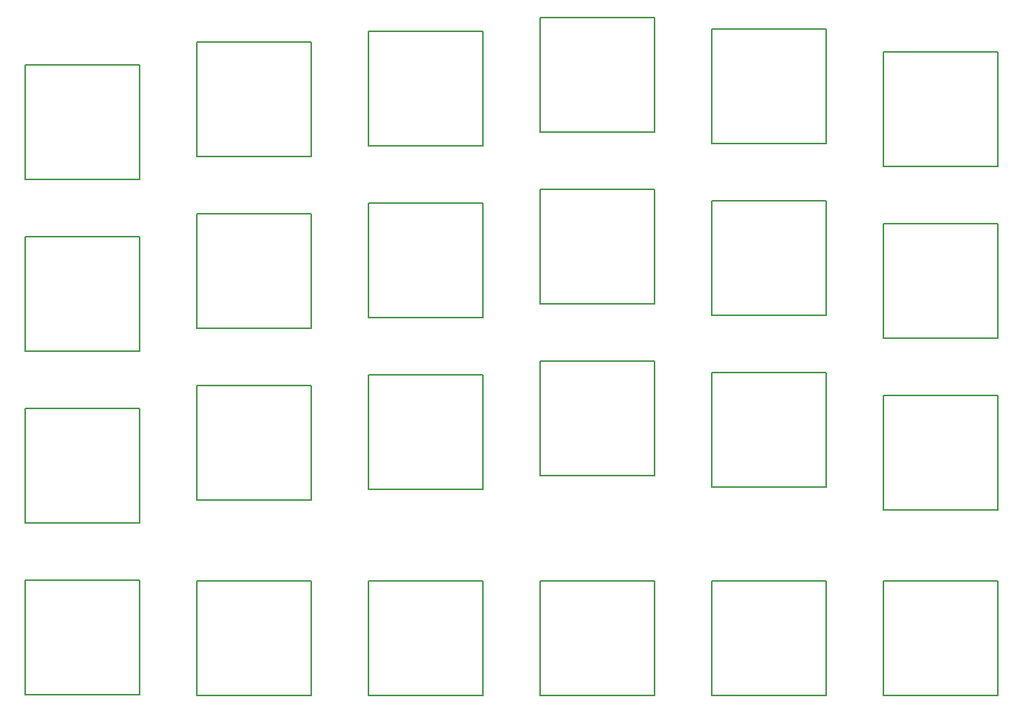
<source format=gbr>
G04 #@! TF.GenerationSoftware,KiCad,Pcbnew,5.1.9*
G04 #@! TF.CreationDate,2021-01-25T17:48:52-06:00*
G04 #@! TF.ProjectId,halfboard,68616c66-626f-4617-9264-2e6b69636164,rev?*
G04 #@! TF.SameCoordinates,Original*
G04 #@! TF.FileFunction,Other,Comment*
%FSLAX46Y46*%
G04 Gerber Fmt 4.6, Leading zero omitted, Abs format (unit mm)*
G04 Created by KiCad (PCBNEW 5.1.9) date 2021-01-25 17:48:52*
%MOMM*%
%LPD*%
G01*
G04 APERTURE LIST*
%ADD10C,0.152400*%
G04 APERTURE END LIST*
D10*
G04 #@! TO.C,SW24*
X200818303Y-119638330D02*
X200818303Y-132338330D01*
X188118303Y-119638330D02*
X200818303Y-119638330D01*
X188118303Y-132338330D02*
X188118303Y-119638330D01*
X200818303Y-132338330D02*
X188118303Y-132338330D01*
G04 #@! TO.C,SW23*
X181768303Y-119638330D02*
X181768303Y-132338330D01*
X169068303Y-119638330D02*
X181768303Y-119638330D01*
X169068303Y-132338330D02*
X169068303Y-119638330D01*
X181768303Y-132338330D02*
X169068303Y-132338330D01*
G04 #@! TO.C,SW22*
X162718303Y-119638330D02*
X162718303Y-132338330D01*
X150018303Y-119638330D02*
X162718303Y-119638330D01*
X150018303Y-132338330D02*
X150018303Y-119638330D01*
X162718303Y-132338330D02*
X150018303Y-132338330D01*
G04 #@! TO.C,SW21*
X143668303Y-119638330D02*
X143668303Y-132338330D01*
X130968303Y-119638330D02*
X143668303Y-119638330D01*
X130968303Y-132338330D02*
X130968303Y-119638330D01*
X143668303Y-132338330D02*
X130968303Y-132338330D01*
G04 #@! TO.C,SW20*
X124612400Y-119634000D02*
X124612400Y-132334000D01*
X111912400Y-119634000D02*
X124612400Y-119634000D01*
X111912400Y-132334000D02*
X111912400Y-119634000D01*
X124612400Y-132334000D02*
X111912400Y-132334000D01*
G04 #@! TO.C,SW19*
X105570000Y-119608600D02*
X105570000Y-132308600D01*
X92870000Y-119608600D02*
X105570000Y-119608600D01*
X92870000Y-132308600D02*
X92870000Y-119608600D01*
X105570000Y-132308600D02*
X92870000Y-132308600D01*
G04 #@! TO.C,SW18*
X200818303Y-99064330D02*
X200818303Y-111764330D01*
X188118303Y-99064330D02*
X200818303Y-99064330D01*
X188118303Y-111764330D02*
X188118303Y-99064330D01*
X200818303Y-111764330D02*
X188118303Y-111764330D01*
G04 #@! TO.C,SW17*
X181768303Y-96524330D02*
X181768303Y-109224330D01*
X169068303Y-96524330D02*
X181768303Y-96524330D01*
X169068303Y-109224330D02*
X169068303Y-96524330D01*
X181768303Y-109224330D02*
X169068303Y-109224330D01*
G04 #@! TO.C,SW16*
X162718303Y-95254330D02*
X162718303Y-107954330D01*
X150018303Y-95254330D02*
X162718303Y-95254330D01*
X150018303Y-107954330D02*
X150018303Y-95254330D01*
X162718303Y-107954330D02*
X150018303Y-107954330D01*
G04 #@! TO.C,SW15*
X143668303Y-96778330D02*
X143668303Y-109478330D01*
X130968303Y-96778330D02*
X143668303Y-96778330D01*
X130968303Y-109478330D02*
X130968303Y-96778330D01*
X143668303Y-109478330D02*
X130968303Y-109478330D01*
G04 #@! TO.C,SW14*
X124615231Y-98004830D02*
X124615231Y-110704830D01*
X111915231Y-98004830D02*
X124615231Y-98004830D01*
X111915231Y-110704830D02*
X111915231Y-98004830D01*
X124615231Y-110704830D02*
X111915231Y-110704830D01*
G04 #@! TO.C,SW13*
X105562400Y-100558600D02*
X105562400Y-113258600D01*
X92862400Y-100558600D02*
X105562400Y-100558600D01*
X92862400Y-113258600D02*
X92862400Y-100558600D01*
X105562400Y-113258600D02*
X92862400Y-113258600D01*
G04 #@! TO.C,SW12*
X200818303Y-80014330D02*
X200818303Y-92714330D01*
X188118303Y-80014330D02*
X200818303Y-80014330D01*
X188118303Y-92714330D02*
X188118303Y-80014330D01*
X200818303Y-92714330D02*
X188118303Y-92714330D01*
G04 #@! TO.C,SW11*
X181768303Y-77474330D02*
X181768303Y-90174330D01*
X169068303Y-77474330D02*
X181768303Y-77474330D01*
X169068303Y-90174330D02*
X169068303Y-77474330D01*
X181768303Y-90174330D02*
X169068303Y-90174330D01*
G04 #@! TO.C,SW10*
X162718303Y-76204330D02*
X162718303Y-88904330D01*
X150018303Y-76204330D02*
X162718303Y-76204330D01*
X150018303Y-88904330D02*
X150018303Y-76204330D01*
X162718303Y-88904330D02*
X150018303Y-88904330D01*
G04 #@! TO.C,SW9*
X143668303Y-77728330D02*
X143668303Y-90428330D01*
X130968303Y-77728330D02*
X143668303Y-77728330D01*
X130968303Y-90428330D02*
X130968303Y-77728330D01*
X143668303Y-90428330D02*
X130968303Y-90428330D01*
G04 #@! TO.C,SW8*
X124615231Y-78956429D02*
X124615231Y-91656429D01*
X111915231Y-78956429D02*
X124615231Y-78956429D01*
X111915231Y-91656429D02*
X111915231Y-78956429D01*
X124615231Y-91656429D02*
X111915231Y-91656429D01*
G04 #@! TO.C,SW7*
X105570000Y-81508600D02*
X105570000Y-94208600D01*
X92870000Y-81508600D02*
X105570000Y-81508600D01*
X92870000Y-94208600D02*
X92870000Y-81508600D01*
X105570000Y-94208600D02*
X92870000Y-94208600D01*
G04 #@! TO.C,SW6*
X200818303Y-60964330D02*
X200818303Y-73664330D01*
X188118303Y-60964330D02*
X200818303Y-60964330D01*
X188118303Y-73664330D02*
X188118303Y-60964330D01*
X200818303Y-73664330D02*
X188118303Y-73664330D01*
G04 #@! TO.C,SW5*
X181768303Y-58424330D02*
X181768303Y-71124330D01*
X169068303Y-58424330D02*
X181768303Y-58424330D01*
X169068303Y-71124330D02*
X169068303Y-58424330D01*
X181768303Y-71124330D02*
X169068303Y-71124330D01*
G04 #@! TO.C,SW4*
X162718303Y-57154330D02*
X162718303Y-69854330D01*
X150018303Y-57154330D02*
X162718303Y-57154330D01*
X150018303Y-69854330D02*
X150018303Y-57154330D01*
X162718303Y-69854330D02*
X150018303Y-69854330D01*
G04 #@! TO.C,SW3*
X143668303Y-58674330D02*
X143668303Y-71374330D01*
X130968303Y-58674330D02*
X143668303Y-58674330D01*
X130968303Y-71374330D02*
X130968303Y-58674330D01*
X143668303Y-71374330D02*
X130968303Y-71374330D01*
G04 #@! TO.C,SW2*
X124615231Y-59908330D02*
X124615231Y-72608330D01*
X111915231Y-59908330D02*
X124615231Y-59908330D01*
X111915231Y-72608330D02*
X111915231Y-59908330D01*
X124615231Y-72608330D02*
X111915231Y-72608330D01*
G04 #@! TO.C,SW1*
X105570000Y-62458600D02*
X105570000Y-75158600D01*
X92870000Y-62458600D02*
X105570000Y-62458600D01*
X92870000Y-75158600D02*
X92870000Y-62458600D01*
X105570000Y-75158600D02*
X92870000Y-75158600D01*
G04 #@! TD*
M02*

</source>
